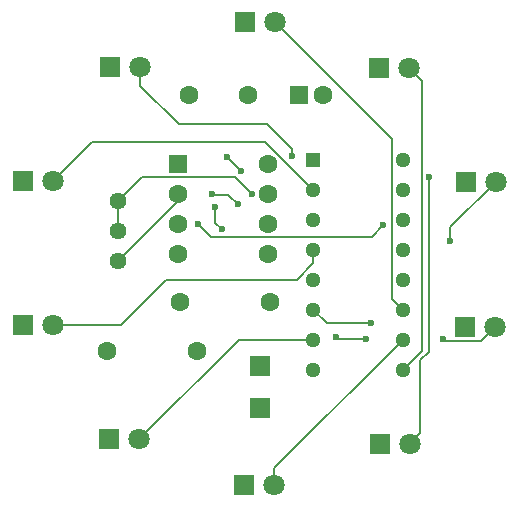
<source format=gbr>
%TF.GenerationSoftware,KiCad,Pcbnew,9.0.6*%
%TF.CreationDate,2026-01-03T23:36:41-08:00*%
%TF.ProjectId,Chaser,43686173-6572-42e6-9b69-6361645f7063,rev?*%
%TF.SameCoordinates,Original*%
%TF.FileFunction,Copper,L2,Bot*%
%TF.FilePolarity,Positive*%
%FSLAX46Y46*%
G04 Gerber Fmt 4.6, Leading zero omitted, Abs format (unit mm)*
G04 Created by KiCad (PCBNEW 9.0.6) date 2026-01-03 23:36:41*
%MOMM*%
%LPD*%
G01*
G04 APERTURE LIST*
G04 Aperture macros list*
%AMRoundRect*
0 Rectangle with rounded corners*
0 $1 Rounding radius*
0 $2 $3 $4 $5 $6 $7 $8 $9 X,Y pos of 4 corners*
0 Add a 4 corners polygon primitive as box body*
4,1,4,$2,$3,$4,$5,$6,$7,$8,$9,$2,$3,0*
0 Add four circle primitives for the rounded corners*
1,1,$1+$1,$2,$3*
1,1,$1+$1,$4,$5*
1,1,$1+$1,$6,$7*
1,1,$1+$1,$8,$9*
0 Add four rect primitives between the rounded corners*
20,1,$1+$1,$2,$3,$4,$5,0*
20,1,$1+$1,$4,$5,$6,$7,0*
20,1,$1+$1,$6,$7,$8,$9,0*
20,1,$1+$1,$8,$9,$2,$3,0*%
G04 Aperture macros list end*
%TA.AperFunction,ComponentPad*%
%ADD10R,1.800000X1.800000*%
%TD*%
%TA.AperFunction,ComponentPad*%
%ADD11C,1.800000*%
%TD*%
%TA.AperFunction,ComponentPad*%
%ADD12C,1.600000*%
%TD*%
%TA.AperFunction,ComponentPad*%
%ADD13C,1.440000*%
%TD*%
%TA.AperFunction,ComponentPad*%
%ADD14R,1.700000X1.700000*%
%TD*%
%TA.AperFunction,ComponentPad*%
%ADD15RoundRect,0.250000X-0.550000X-0.550000X0.550000X-0.550000X0.550000X0.550000X-0.550000X0.550000X0*%
%TD*%
%TA.AperFunction,ComponentPad*%
%ADD16R,1.295400X1.295400*%
%TD*%
%TA.AperFunction,ComponentPad*%
%ADD17C,1.295400*%
%TD*%
%TA.AperFunction,ViaPad*%
%ADD18C,0.600000*%
%TD*%
%TA.AperFunction,Conductor*%
%ADD19C,0.200000*%
%TD*%
G04 APERTURE END LIST*
D10*
%TO.P,D4,1,K*%
%TO.N,Net-(D1-K)*%
X231560000Y-58900000D03*
D11*
%TO.P,D4,2,A*%
%TO.N,Net-(D4-A)*%
X234100000Y-58900000D03*
%TD*%
D10*
%TO.P,D10,1,K*%
%TO.N,Net-(D1-K)*%
X201530000Y-36900000D03*
D11*
%TO.P,D10,2,A*%
%TO.N,Net-(D10-A)*%
X204070000Y-36900000D03*
%TD*%
D10*
%TO.P,D3,1,K*%
%TO.N,Net-(D1-K)*%
X231630000Y-46600000D03*
D11*
%TO.P,D3,2,A*%
%TO.N,Net-(D3-A)*%
X234170000Y-46600000D03*
%TD*%
D12*
%TO.P,R1,1*%
%TO.N,+5V*%
X207390000Y-56800000D03*
%TO.P,R1,2*%
%TO.N,Net-(U1-DIS)*%
X215010000Y-56800000D03*
%TD*%
D10*
%TO.P,D5,1,K*%
%TO.N,Net-(D1-K)*%
X224330000Y-68800000D03*
D11*
%TO.P,D5,2,A*%
%TO.N,Net-(D5-A)*%
X226870000Y-68800000D03*
%TD*%
D13*
%TO.P,RV1,1,1*%
%TO.N,Net-(U1-DIS)*%
X202200000Y-48200000D03*
%TO.P,RV1,2,2*%
X202200000Y-50740000D03*
%TO.P,RV1,3,3*%
%TO.N,TR*%
X202200000Y-53280000D03*
%TD*%
D14*
%TO.P,H2,1,1*%
%TO.N,GND*%
X214200000Y-65800000D03*
%TD*%
D10*
%TO.P,D9,1,K*%
%TO.N,Net-(D1-K)*%
X194160000Y-46500000D03*
D11*
%TO.P,D9,2,A*%
%TO.N,Net-(D9-A)*%
X196700000Y-46500000D03*
%TD*%
D10*
%TO.P,D8,1,K*%
%TO.N,Net-(D1-K)*%
X194130000Y-58700000D03*
D11*
%TO.P,D8,2,A*%
%TO.N,Net-(D8-A)*%
X196670000Y-58700000D03*
%TD*%
D12*
%TO.P,R2,1*%
%TO.N,Net-(D1-K)*%
X201210000Y-60960000D03*
%TO.P,R2,2*%
%TO.N,GND*%
X208830000Y-60960000D03*
%TD*%
D15*
%TO.P,C1,1*%
%TO.N,TR*%
X217500000Y-39300000D03*
D12*
%TO.P,C1,2*%
%TO.N,GND*%
X219500000Y-39300000D03*
%TD*%
D14*
%TO.P,H1,1,1*%
%TO.N,+5V*%
X214200000Y-62200000D03*
%TD*%
D10*
%TO.P,D7,1,K*%
%TO.N,Net-(D1-K)*%
X201430000Y-68400000D03*
D11*
%TO.P,D7,2,A*%
%TO.N,Net-(D7-A)*%
X203970000Y-68400000D03*
%TD*%
D16*
%TO.P,U2,1,Q5*%
%TO.N,Net-(D5-A)*%
X218680000Y-44740000D03*
D17*
%TO.P,U2,2,Q1*%
%TO.N,Net-(D9-A)*%
X218680000Y-47280000D03*
%TO.P,U2,3,Q0*%
%TO.N,Net-(D10-A)*%
X218680000Y-49820000D03*
%TO.P,U2,4,Q2*%
%TO.N,Net-(D8-A)*%
X218680000Y-52360000D03*
%TO.P,U2,5,Q6*%
%TO.N,Net-(D4-A)*%
X218680000Y-54900000D03*
%TO.P,U2,6,Q7*%
%TO.N,Net-(D3-A)*%
X218680000Y-57440000D03*
%TO.P,U2,7,Q3*%
%TO.N,Net-(D7-A)*%
X218680000Y-59980000D03*
%TO.P,U2,8,VSS*%
%TO.N,GND*%
X218680000Y-62520000D03*
%TO.P,U2,9,Q8*%
%TO.N,Net-(D2-A)*%
X226300000Y-62520000D03*
%TO.P,U2,10,Q4*%
%TO.N,Net-(D6-A)*%
X226300000Y-59980000D03*
%TO.P,U2,11,Q9*%
%TO.N,Net-(D1-A)*%
X226300000Y-57440000D03*
%TO.P,U2,12,Cout*%
%TO.N,unconnected-(U2-Cout-Pad12)*%
X226300000Y-54900000D03*
%TO.P,U2,13,CKEN*%
%TO.N,GND*%
X226300000Y-52360000D03*
%TO.P,U2,14,CLK*%
%TO.N,OUT*%
X226300000Y-49820000D03*
%TO.P,U2,15,Reset*%
%TO.N,GND*%
X226300000Y-47280000D03*
%TO.P,U2,16,VDD*%
%TO.N,+5V*%
X226300000Y-44740000D03*
%TD*%
D12*
%TO.P,C2,1*%
%TO.N,GND*%
X208200000Y-39300000D03*
%TO.P,C2,2*%
%TO.N,Net-(U1-CV)*%
X213200000Y-39300000D03*
%TD*%
D15*
%TO.P,U1,1,GND*%
%TO.N,GND*%
X207280000Y-45060000D03*
D12*
%TO.P,U1,2,TR*%
%TO.N,TR*%
X207280000Y-47600000D03*
%TO.P,U1,3,Q*%
%TO.N,OUT*%
X207280000Y-50140000D03*
%TO.P,U1,4,R*%
%TO.N,+5V*%
X207280000Y-52680000D03*
%TO.P,U1,5,CV*%
%TO.N,Net-(U1-CV)*%
X214900000Y-52680000D03*
%TO.P,U1,6,THR*%
%TO.N,TR*%
X214900000Y-50140000D03*
%TO.P,U1,7,DIS*%
%TO.N,Net-(U1-DIS)*%
X214900000Y-47600000D03*
%TO.P,U1,8,VCC*%
%TO.N,+5V*%
X214900000Y-45060000D03*
%TD*%
D10*
%TO.P,D1,1,K*%
%TO.N,Net-(D1-K)*%
X212930000Y-33100000D03*
D11*
%TO.P,D1,2,A*%
%TO.N,Net-(D1-A)*%
X215470000Y-33100000D03*
%TD*%
D10*
%TO.P,D2,1,K*%
%TO.N,Net-(D1-K)*%
X224260000Y-37000000D03*
D11*
%TO.P,D2,2,A*%
%TO.N,Net-(D2-A)*%
X226800000Y-37000000D03*
%TD*%
D10*
%TO.P,D6,1,K*%
%TO.N,Net-(D1-K)*%
X212860000Y-72300000D03*
D11*
%TO.P,D6,2,A*%
%TO.N,Net-(D6-A)*%
X215400000Y-72300000D03*
%TD*%
D18*
%TO.N,TR*%
X212304265Y-48504265D03*
X210100000Y-47600000D03*
%TO.N,Net-(U1-CV)*%
X210355735Y-48755735D03*
X211000000Y-50641000D03*
X212600000Y-45700000D03*
X211400000Y-44500000D03*
%TO.N,Net-(D3-A)*%
X230300000Y-51600000D03*
X223600000Y-58600000D03*
%TO.N,Net-(D4-A)*%
X223200000Y-59900000D03*
X220625735Y-59725735D03*
X229655735Y-59955735D03*
%TO.N,Net-(D5-A)*%
X228500000Y-46200000D03*
%TO.N,Net-(D10-A)*%
X216900000Y-44400000D03*
%TO.N,Net-(U1-DIS)*%
X213500000Y-47600000D03*
%TO.N,OUT*%
X208955735Y-50155735D03*
X224600000Y-50300000D03*
%TD*%
D19*
%TO.N,TR*%
X210100000Y-47600000D02*
X210200000Y-47700000D01*
X207280000Y-48200000D02*
X207280000Y-47600000D01*
X202200000Y-53280000D02*
X207280000Y-48200000D01*
X210200000Y-47700000D02*
X211500000Y-47700000D01*
X211500000Y-47700000D02*
X212304265Y-48504265D01*
%TO.N,Net-(U1-CV)*%
X210400000Y-50100000D02*
X210941000Y-50641000D01*
X210355735Y-50055735D02*
X210400000Y-50100000D01*
X211400000Y-44500000D02*
X212600000Y-45700000D01*
X210355735Y-48755735D02*
X210355735Y-50055735D01*
X210941000Y-50641000D02*
X211000000Y-50641000D01*
%TO.N,Net-(D1-A)*%
X226300000Y-57440000D02*
X225351300Y-56491300D01*
X225351300Y-56491300D02*
X225351300Y-42981300D01*
X225351300Y-42981300D02*
X215470000Y-33100000D01*
%TO.N,Net-(D2-A)*%
X227900000Y-60920000D02*
X227900000Y-38100000D01*
X226300000Y-62520000D02*
X227900000Y-60920000D01*
X227900000Y-38100000D02*
X226800000Y-37000000D01*
%TO.N,Net-(D3-A)*%
X223600000Y-58600000D02*
X219840000Y-58600000D01*
X219840000Y-58600000D02*
X218680000Y-57440000D01*
X234170000Y-46600000D02*
X230300000Y-50470000D01*
X230300000Y-50470000D02*
X230300000Y-51600000D01*
%TO.N,Net-(D4-A)*%
X229801000Y-60101000D02*
X232899000Y-60101000D01*
X220800000Y-59900000D02*
X220625735Y-59725735D01*
X232899000Y-60101000D02*
X234100000Y-58900000D01*
X223200000Y-59900000D02*
X220800000Y-59900000D01*
X229655735Y-59955735D02*
X229801000Y-60101000D01*
%TO.N,Net-(D5-A)*%
X226870000Y-68800000D02*
X227770000Y-67900000D01*
X227770000Y-67900000D02*
X227770000Y-61730000D01*
X228500000Y-61000000D02*
X228500000Y-46200000D01*
X227770000Y-61730000D02*
X228500000Y-61000000D01*
%TO.N,Net-(D6-A)*%
X226300000Y-59980000D02*
X215400000Y-70880000D01*
X215400000Y-70880000D02*
X215400000Y-72300000D01*
%TO.N,Net-(D7-A)*%
X203970000Y-68400000D02*
X212390000Y-59980000D01*
X212390000Y-59980000D02*
X218680000Y-59980000D01*
%TO.N,Net-(D8-A)*%
X217300000Y-54900000D02*
X218680000Y-53520000D01*
X202400000Y-58700000D02*
X206200000Y-54900000D01*
X218680000Y-53520000D02*
X218680000Y-52360000D01*
X206200000Y-54900000D02*
X217300000Y-54900000D01*
X196670000Y-58700000D02*
X202400000Y-58700000D01*
%TO.N,Net-(D9-A)*%
X196700000Y-46500000D02*
X200000000Y-43200000D01*
X200000000Y-43200000D02*
X214600000Y-43200000D01*
X214600000Y-43200000D02*
X218680000Y-47280000D01*
%TO.N,Net-(D10-A)*%
X214800000Y-41700000D02*
X216900000Y-43800000D01*
X216900000Y-43800000D02*
X216900000Y-44400000D01*
X204070000Y-38470000D02*
X207300000Y-41700000D01*
X204070000Y-36900000D02*
X204070000Y-38470000D01*
X207300000Y-41700000D02*
X214800000Y-41700000D01*
%TO.N,Net-(U1-DIS)*%
X212061000Y-46161000D02*
X213500000Y-47600000D01*
X202200000Y-48200000D02*
X204239000Y-46161000D01*
X202200000Y-50740000D02*
X202200000Y-48200000D01*
X204239000Y-46161000D02*
X212061000Y-46161000D01*
%TO.N,OUT*%
X224600000Y-50300000D02*
X223659000Y-51241000D01*
X223659000Y-51241000D02*
X210041000Y-51241000D01*
X210041000Y-51241000D02*
X208955735Y-50155735D01*
%TD*%
M02*

</source>
